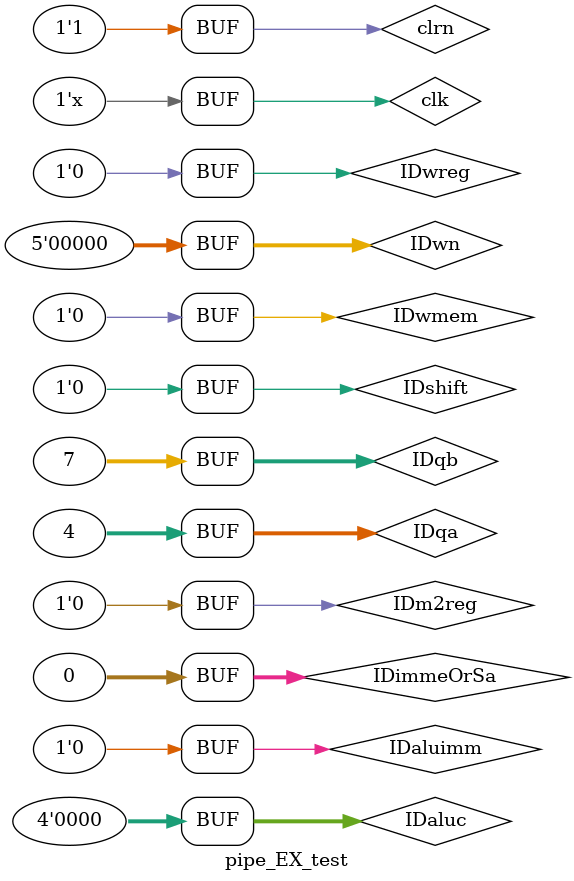
<source format=v>
`timescale 1ns / 1ps


module pipe_EX_test;

	// Inputs
	reg IDwreg;
	reg IDm2reg;
	reg IDwmem;
	reg [3:0] IDaluc;
	reg IDshift;
	reg IDaluimm;
	reg [4:0] IDwn;
	reg [31:0] IDqa;
	reg [31:0] IDqb;
	reg [31:0] IDimmeOrSa;
	reg clk;
	reg clrn;

	// Outputs
	wire EXwreg;
	wire EXm2reg;
	wire EXwmem;
	wire [4:0] EXwn;
	wire [31:0] EXaluResult;
	wire [31:0] EXdi;

	// Instantiate the Unit Under Test (UUT)
	pipe_EX uut (
		.IDwreg(IDwreg), 
		.IDm2reg(IDm2reg), 
		.IDwmem(IDwmem), 
		.IDaluc(IDaluc), 
		.IDshift(IDshift), 
		.IDaluimm(IDaluimm), 
		.IDwn(IDwn), 
		.IDqa(IDqa), 
		.IDqb(IDqb), 
		.IDimmeOrSa(IDimmeOrSa), 
		.clk(clk), 
		.clrn(clrn), 
		.EXwreg(EXwreg), 
		.EXm2reg(EXm2reg), 
		.EXwmem(EXwmem), 
		.EXwn(EXwn), 
		.EXaluResult(EXaluResult), 
		.EXdi(EXdi)
	);
always #50 clk = ~clk;
	initial begin
		// Initialize Inputs
		IDwreg = 0;
		IDm2reg = 0;
		IDwmem = 0;
		IDaluc = 0;
		IDshift = 0;
		IDaluimm = 0;
		IDwn = 0;
		IDqa = 0;
		IDqb = 0;
		IDimmeOrSa = 0;
		clk = 1;
		clrn = 0;

		// Wait 100 ns for global reset to finish
		#50;
		clrn = 1;
		#50;
		IDaluc = 4'b0000;
		IDqa = 32'h0002;
		IDqb = 32'h0003;
		#100;
		IDaluc = 4'b0000;
		IDqa = 32'h0004;
		IDqb = 32'h0007;
        
		// Add stimulus here

	end
      
endmodule


</source>
